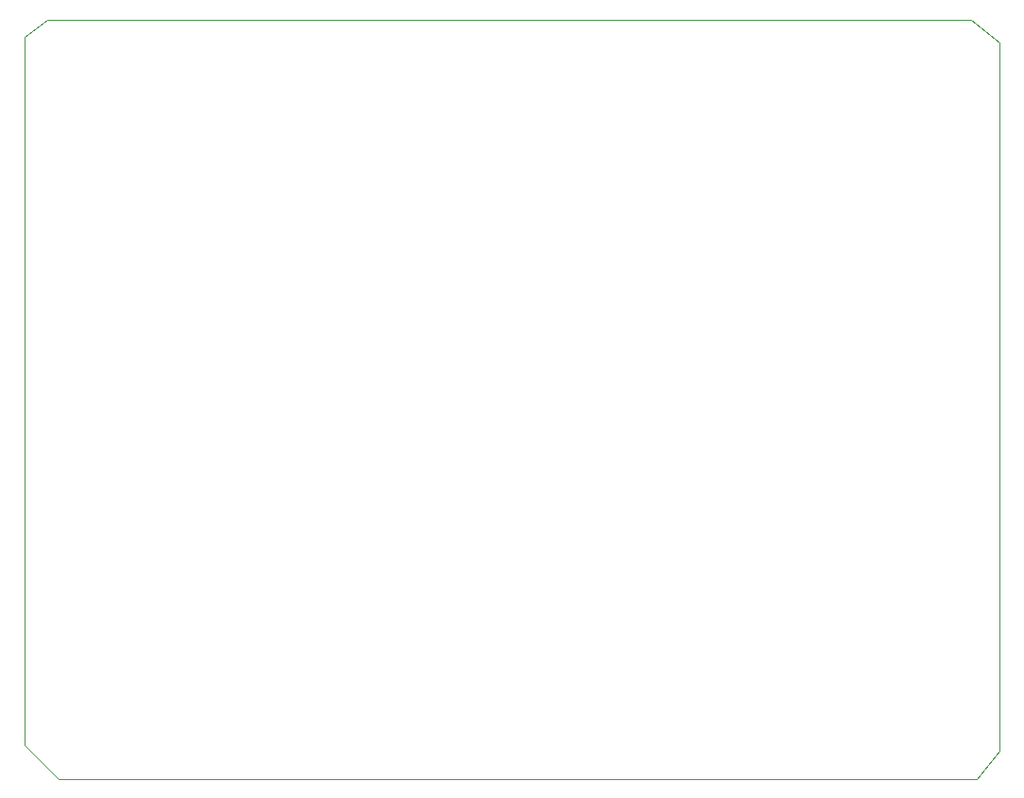
<source format=gbr>
G04 #@! TF.GenerationSoftware,KiCad,Pcbnew,5.1.2-f72e74a~84~ubuntu18.04.1*
G04 #@! TF.CreationDate,2019-09-15T07:59:56+02:00*
G04 #@! TF.ProjectId,PowerElectrobot,506f7765-7245-46c6-9563-74726f626f74,rev?*
G04 #@! TF.SameCoordinates,Original*
G04 #@! TF.FileFunction,Profile,NP*
%FSLAX46Y46*%
G04 Gerber Fmt 4.6, Leading zero omitted, Abs format (unit mm)*
G04 Created by KiCad (PCBNEW 5.1.2-f72e74a~84~ubuntu18.04.1) date 2019-09-15 07:59:56*
%MOMM*%
%LPD*%
G04 APERTURE LIST*
%ADD10C,0.050000*%
G04 APERTURE END LIST*
D10*
X68580000Y-57404000D02*
X70612000Y-55880000D01*
X68580000Y-120904000D02*
X68580000Y-57404000D01*
X71628000Y-123952000D02*
X68580000Y-120904000D01*
X153924000Y-123952000D02*
X71628000Y-123952000D01*
X155956000Y-121412000D02*
X153924000Y-123952000D01*
X155956000Y-57912000D02*
X155956000Y-121412000D01*
X153416000Y-55880000D02*
X155956000Y-57912000D01*
X70612000Y-55880000D02*
X153416000Y-55880000D01*
M02*

</source>
